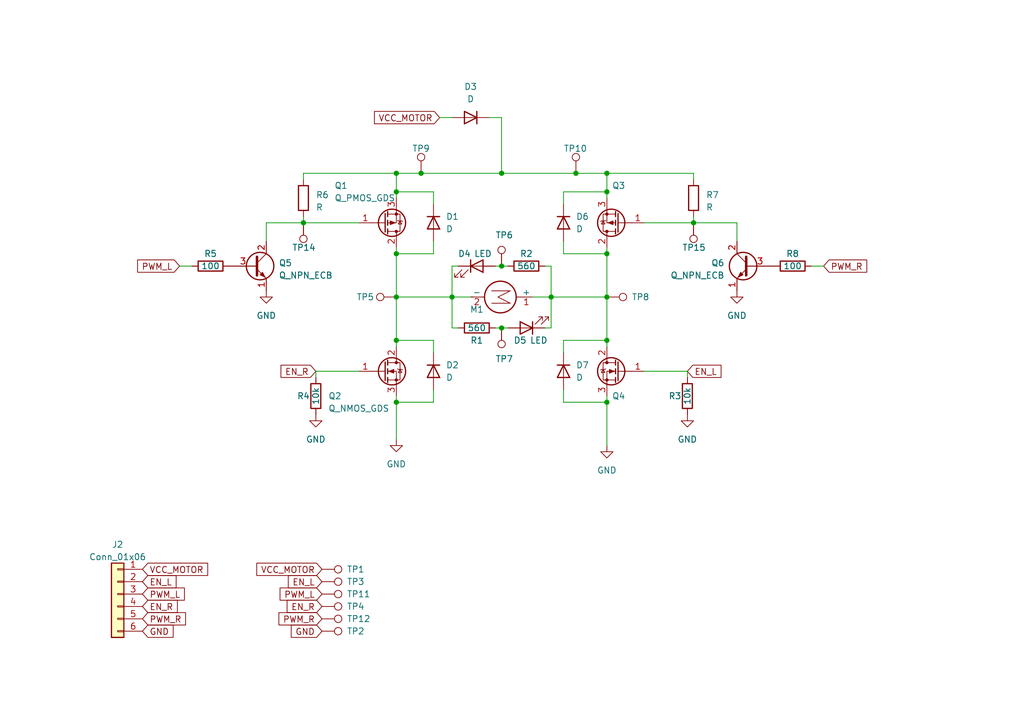
<source format=kicad_sch>
(kicad_sch (version 20230121) (generator eeschema)
  (paper "A5")
  (title_block (title "H-Brug") (date "2023-04-12") (rev "1.1"))
  (lib_symbols
    (symbol "Connector:TestPoint" (pin_numbers hide) (pin_names (offset 0.762) hide)
      (property "Reference" "TP" (at 0 6.858 0))
      (property "Value" "TestPoint" (at 0 5.08 0))
      (symbol "TestPoint_0_1"
        (circle (center 0 3.302) (radius 0.762))
      )
      (symbol "TestPoint_1_1"
        (pin passive line (at 0 0 90) (length 2.54) (name "1") (number "1"))
      )
    )
    (symbol "Connector_Generic:Conn_01x06" (pin_names (offset 1.016) hide)
      (property "Reference" "J" (at 0 7.62 0))
      (property "Value" "Conn_01x06" (at 0 -10.16 0))
      (symbol "Conn_01x06_1_1"
        (rectangle (start -1.27 -7.493) (end 0 -7.747) (stroke (width 0.1524)))
        (rectangle (start -1.27 -4.953) (end 0 -5.207) (stroke (width 0.1524)))
        (rectangle (start -1.27 -2.413) (end 0 -2.667) (stroke (width 0.1524)))
        (rectangle (start -1.27 0.127) (end 0 -0.127) (stroke (width 0.1524)))
        (rectangle (start -1.27 2.667) (end 0 2.413) (stroke (width 0.1524)))
        (rectangle (start -1.27 5.207) (end 0 4.953) (stroke (width 0.1524)))
        (rectangle (start -1.27 6.35) (end 1.27 -8.89) (stroke (width 0.254)) (fill (type background)))
        (pin passive line (at -5.08 5.08 0) (length 3.81) (name "Pin_1") (number "1"))
        (pin passive line (at -5.08 2.54 0) (length 3.81) (name "Pin_2") (number "2"))
        (pin passive line (at -5.08 0 0) (length 3.81) (name "Pin_3") (number "3"))
        (pin passive line (at -5.08 -2.54 0) (length 3.81) (name "Pin_4") (number "4"))
        (pin passive line (at -5.08 -5.08 0) (length 3.81) (name "Pin_5") (number "5"))
        (pin passive line (at -5.08 -7.62 0) (length 3.81) (name "Pin_6") (number "6"))
      )
    )
    (symbol "Device:D" (pin_numbers hide) (pin_names (offset 1.016) hide)
      (property "Reference" "D" (at 0 2.54 0))
      (property "Value" "D" (at 0 -2.54 0))
      (symbol "D_0_1"
        (polyline (pts (xy -1.27 1.27) (xy -1.27 -1.27)) (stroke (width 0.254)))
        (polyline (pts (xy 1.27 0) (xy -1.27 0)))
        (polyline (pts (xy 1.27 1.27) (xy 1.27 -1.27) (xy -1.27 0) (xy 1.27 1.27)) (stroke (width 0.254)))
      )
      (symbol "D_1_1"
        (pin passive line (at -3.81 0 0) (length 2.54) (name "K") (number "1"))
        (pin passive line (at 3.81 0 180) (length 2.54) (name "A") (number "2"))
      )
    )
    (symbol "Device:LED" (pin_numbers hide) (pin_names (offset 1.016) hide)
      (property "Reference" "D" (at 0 2.54 0))
      (property "Value" "LED" (at 0 -2.54 0))
      (symbol "LED_0_1"
        (polyline (pts (xy -1.27 -1.27) (xy -1.27 1.27)) (stroke (width 0.254)))
        (polyline (pts (xy -1.27 0) (xy 1.27 0)))
        (polyline (pts (xy 1.27 -1.27) (xy 1.27 1.27) (xy -1.27 0) (xy 1.27 -1.27)) (stroke (width 0.254)))
        (polyline (pts (xy -3.048 -0.762) (xy -4.572 -2.286) (xy -3.81 -2.286) (xy -4.572 -2.286) (xy -4.572 -1.524)))
        (polyline (pts (xy -1.778 -0.762) (xy -3.302 -2.286) (xy -2.54 -2.286) (xy -3.302 -2.286) (xy -3.302 -1.524)))
      )
      (symbol "LED_1_1"
        (pin passive line (at -3.81 0 0) (length 2.54) (name "K") (number "1"))
        (pin passive line (at 3.81 0 180) (length 2.54) (name "A") (number "2"))
      )
    )
    (symbol "Device:Q_NMOS_GDS" (pin_names (offset 0) hide)
      (property "Reference" "Q" (at 5.08 1.27 0))
      (property "Value" "Q_NMOS_GDS" (at 5.08 -1.27 0))
      (symbol "Q_NMOS_GDS_0_1"
        (polyline (pts (xy 0.254 0) (xy -2.54 0)))
        (polyline (pts (xy 0.254 1.905) (xy 0.254 -1.905)) (stroke (width 0.254)))
        (polyline (pts (xy 0.762 -1.27) (xy 0.762 -2.286)) (stroke (width 0.254)))
        (polyline (pts (xy 0.762 0.508) (xy 0.762 -0.508)) (stroke (width 0.254)))
        (polyline (pts (xy 0.762 2.286) (xy 0.762 1.27)) (stroke (width 0.254)))
        (polyline (pts (xy 2.54 2.54) (xy 2.54 1.778)))
        (polyline (pts (xy 2.54 -2.54) (xy 2.54 0) (xy 0.762 0)))
        (polyline (pts (xy 0.762 -1.778) (xy 3.302 -1.778) (xy 3.302 1.778) (xy 0.762 1.778)))
        (polyline (pts (xy 1.016 0) (xy 2.032 0.381) (xy 2.032 -0.381) (xy 1.016 0)) (fill (type outline)))
        (polyline (pts (xy 2.794 0.508) (xy 2.921 0.381) (xy 3.683 0.381) (xy 3.81 0.254)))
        (polyline (pts (xy 3.302 0.381) (xy 2.921 -0.254) (xy 3.683 -0.254) (xy 3.302 0.381)))
        (circle (center 1.651 0) (radius 2.794) (stroke (width 0.254)))
        (circle (center 2.54 -1.778) (radius 0.254) (fill (type outline)))
        (circle (center 2.54 1.778) (radius 0.254) (fill (type outline)))
      )
      (symbol "Q_NMOS_GDS_1_1"
        (pin input line (at -5.08 0 0) (length 2.54) (name "G") (number "1"))
        (pin passive line (at 2.54 5.08 270) (length 2.54) (name "D") (number "2"))
        (pin passive line (at 2.54 -5.08 90) (length 2.54) (name "S") (number "3"))
      )
    )
    (symbol "Device:Q_NPN_ECB" (pin_names (offset 0) hide)
      (property "Reference" "Q" (at 5.08 1.27 0))
      (property "Value" "Q_NPN_ECB" (at 5.08 -1.27 0))
      (symbol "Q_NPN_ECB_0_1"
        (polyline (pts (xy 0.635 0.635) (xy 2.54 2.54)))
        (polyline (pts (xy 0.635 -0.635) (xy 2.54 -2.54) (xy 2.54 -2.54)))
        (polyline (pts (xy 0.635 1.905) (xy 0.635 -1.905) (xy 0.635 -1.905)) (stroke (width 0.508)))
        (polyline (pts (xy 1.27 -1.778) (xy 1.778 -1.27) (xy 2.286 -2.286) (xy 1.27 -1.778) (xy 1.27 -1.778)) (fill (type outline)))
        (circle (center 1.27 0) (radius 2.8194) (stroke (width 0.254)))
      )
      (symbol "Q_NPN_ECB_1_1"
        (pin passive line (at 2.54 -5.08 90) (length 2.54) (name "E") (number "1"))
        (pin passive line (at 2.54 5.08 270) (length 2.54) (name "C") (number "2"))
        (pin passive line (at -5.08 0 0) (length 5.715) (name "B") (number "3"))
      )
    )
    (symbol "Device:Q_PMOS_GDS" (pin_names (offset 0) hide)
      (property "Reference" "Q" (at 5.08 1.27 0))
      (property "Value" "Q_PMOS_GDS" (at 5.08 -1.27 0))
      (symbol "Q_PMOS_GDS_0_1"
        (polyline (pts (xy 0.254 0) (xy -2.54 0)))
        (polyline (pts (xy 0.254 1.905) (xy 0.254 -1.905)) (stroke (width 0.254)))
        (polyline (pts (xy 0.762 -1.27) (xy 0.762 -2.286)) (stroke (width 0.254)))
        (polyline (pts (xy 0.762 0.508) (xy 0.762 -0.508)) (stroke (width 0.254)))
        (polyline (pts (xy 0.762 2.286) (xy 0.762 1.27)) (stroke (width 0.254)))
        (polyline (pts (xy 2.54 2.54) (xy 2.54 1.778)))
        (polyline (pts (xy 2.54 -2.54) (xy 2.54 0) (xy 0.762 0)))
        (polyline (pts (xy 0.762 1.778) (xy 3.302 1.778) (xy 3.302 -1.778) (xy 0.762 -1.778)))
        (polyline (pts (xy 2.286 0) (xy 1.27 0.381) (xy 1.27 -0.381) (xy 2.286 0)) (fill (type outline)))
        (polyline (pts (xy 2.794 -0.508) (xy 2.921 -0.381) (xy 3.683 -0.381) (xy 3.81 -0.254)))
        (polyline (pts (xy 3.302 -0.381) (xy 2.921 0.254) (xy 3.683 0.254) (xy 3.302 -0.381)))
        (circle (center 1.651 0) (radius 2.794) (stroke (width 0.254)))
        (circle (center 2.54 -1.778) (radius 0.254) (fill (type outline)))
        (circle (center 2.54 1.778) (radius 0.254) (fill (type outline)))
      )
      (symbol "Q_PMOS_GDS_1_1"
        (pin input line (at -5.08 0 0) (length 2.54) (name "G") (number "1"))
        (pin passive line (at 2.54 5.08 270) (length 2.54) (name "D") (number "2"))
        (pin passive line (at 2.54 -5.08 90) (length 2.54) (name "S") (number "3"))
      )
    )
    (symbol "Device:R" (pin_numbers hide) (pin_names (offset 0))
      (property "Reference" "R" (at 2.032 0 90))
      (property "Value" "R" (at 0 0 90))
      (symbol "R_0_1"
        (rectangle (start -1.016 -2.54) (end 1.016 2.54) (stroke (width 0.254)))
      )
      (symbol "R_1_1"
        (pin passive line (at 0 3.81 270) (length 1.27) (name "~") (number "1"))
        (pin passive line (at 0 -3.81 90) (length 1.27) (name "~") (number "2"))
      )
    )
    (symbol "Motor:Motor_DC" (pin_names (offset 0))
      (property "Reference" "M" (at 2.54 2.54 0))
      (property "Value" "Motor_DC" (at 2.54 -5.08 0))
      (symbol "Motor_DC_0_0"
        (polyline (pts (xy -1.27 -3.302) (xy -1.27 0.508) (xy 0 -2.032) (xy 1.27 0.508) (xy 1.27 -3.302)))
      )
      (symbol "Motor_DC_0_1"
        (circle (center 0 -1.524) (radius 3.2512) (stroke (width 0.254)))
        (polyline (pts (xy 0 -7.62) (xy 0 -7.112)))
        (polyline (pts (xy 0 -4.7752) (xy 0 -5.1816)))
        (polyline (pts (xy 0 1.7272) (xy 0 2.0828)))
        (polyline (pts (xy 0 2.032) (xy 0 2.54)))
      )
      (symbol "Motor_DC_1_1"
        (pin passive line (at 0 5.08 270) (length 2.54) (name "+") (number "1"))
        (pin passive line (at 0 -7.62 90) (length 2.54) (name "-") (number "2"))
      )
    )
    (symbol "power:GND" (power) (pin_names (offset 0))
      (property "Value" "GND" (at 0 -3.81 0))
      (symbol "GND_0_1"
        (polyline (pts (xy 0 0) (xy 0 -1.27) (xy 1.27 -1.27) (xy 0 -2.54) (xy -1.27 -1.27) (xy 0 -1.27)))
      )
      (symbol "GND_1_1"
        (pin power_in line (at 0 0 270) (length 0) hide (name "GND") (number "1"))
      )
    )
  )
  (junction (at 81.28 82.55))
  (junction (at 124.46 60.96))
  (junction (at 142.24 45.72))
  (junction (at 102.87 54.61))
  (junction (at 62.23 45.72))
  (junction (at 113.03 60.96))
  (junction (at 124.46 39.37))
  (junction (at 124.46 82.55))
  (junction (at 81.28 60.96))
  (junction (at 102.87 67.31))
  (junction (at 81.28 39.37))
  (junction (at 124.46 69.85))
  (junction (at 102.87 35.56))
  (junction (at 81.28 69.85))
  (junction (at 86.36 35.56))
  (junction (at 124.46 35.56))
  (junction (at 124.46 52.07))
  (junction (at 81.28 35.56))
  (junction (at 81.28 52.07))
  (junction (at 92.71 60.96))
  (junction (at 118.11 35.56))
  (wire (pts (xy 62.23 36.83) (xy 62.23 35.56)))
  (wire (pts (xy 101.6 54.61) (xy 102.87 54.61)))
  (wire (pts (xy 142.24 44.45) (xy 142.24 45.72)))
  (wire (pts (xy 124.46 82.55) (xy 124.46 91.44)))
  (wire (pts (xy 101.6 67.31) (xy 102.87 67.31)))
  (wire (pts (xy 92.71 60.96) (xy 92.71 67.31)))
  (wire (pts (xy 92.71 54.61) (xy 93.98 54.61)))
  (wire (pts (xy 113.03 54.61) (xy 113.03 60.96)))
  (wire (pts (xy 81.28 81.28) (xy 81.28 82.55)))
  (wire (pts (xy 115.57 80.01) (xy 115.57 82.55)))
  (wire (pts (xy 115.57 69.85) (xy 124.46 69.85)))
  (wire (pts (xy 73.66 76.2) (xy 64.77 76.2)))
  (wire (pts (xy 115.57 39.37) (xy 124.46 39.37)))
  (wire (pts (xy 124.46 60.96) (xy 124.46 69.85)))
  (wire (pts (xy 88.9 72.39) (xy 88.9 69.85)))
  (wire (pts (xy 102.87 67.31) (xy 104.14 67.31)))
  (wire (pts (xy 115.57 82.55) (xy 124.46 82.55)))
  (wire (pts (xy 132.08 76.2) (xy 140.97 76.2)))
  (wire (pts (xy 124.46 69.85) (xy 124.46 71.12)))
  (wire (pts (xy 102.87 54.61) (xy 104.14 54.61)))
  (wire (pts (xy 132.08 45.72) (xy 142.24 45.72)))
  (wire (pts (xy 36.83 54.61) (xy 39.37 54.61)))
  (wire (pts (xy 64.77 76.2) (xy 64.77 77.47)))
  (wire (pts (xy 124.46 35.56) (xy 142.24 35.56)))
  (wire (pts (xy 88.9 52.07) (xy 81.28 52.07)))
  (wire (pts (xy 124.46 50.8) (xy 124.46 52.07)))
  (wire (pts (xy 81.28 50.8) (xy 81.28 52.07)))
  (wire (pts (xy 142.24 36.83) (xy 142.24 35.56)))
  (wire (pts (xy 54.61 45.72) (xy 62.23 45.72)))
  (wire (pts (xy 111.76 67.31) (xy 113.03 67.31)))
  (wire (pts (xy 88.9 39.37) (xy 88.9 41.91)))
  (wire (pts (xy 166.37 54.61) (xy 168.91 54.61)))
  (wire (pts (xy 109.22 60.96) (xy 113.03 60.96)))
  (wire (pts (xy 54.61 49.53) (xy 54.61 45.72)))
  (wire (pts (xy 102.87 35.56) (xy 118.11 35.56)))
  (wire (pts (xy 113.03 60.96) (xy 124.46 60.96)))
  (wire (pts (xy 92.71 67.31) (xy 93.98 67.31)))
  (wire (pts (xy 102.87 24.13) (xy 102.87 35.56)))
  (wire (pts (xy 151.13 45.72) (xy 151.13 49.53)))
  (wire (pts (xy 81.28 52.07) (xy 81.28 60.96)))
  (wire (pts (xy 81.28 60.96) (xy 92.71 60.96)))
  (wire (pts (xy 88.9 49.53) (xy 88.9 52.07)))
  (wire (pts (xy 92.71 54.61) (xy 92.71 60.96)))
  (wire (pts (xy 92.71 60.96) (xy 96.52 60.96)))
  (wire (pts (xy 124.46 39.37) (xy 124.46 35.56)))
  (wire (pts (xy 124.46 81.28) (xy 124.46 82.55)))
  (wire (pts (xy 81.28 35.56) (xy 81.28 39.37)))
  (wire (pts (xy 118.11 35.56) (xy 124.46 35.56)))
  (wire (pts (xy 111.76 54.61) (xy 113.03 54.61)))
  (wire (pts (xy 115.57 52.07) (xy 124.46 52.07)))
  (wire (pts (xy 115.57 41.91) (xy 115.57 39.37)))
  (wire (pts (xy 124.46 40.64) (xy 124.46 39.37)))
  (wire (pts (xy 81.28 60.96) (xy 81.28 69.85)))
  (wire (pts (xy 124.46 52.07) (xy 124.46 60.96)))
  (wire (pts (xy 81.28 82.55) (xy 88.9 82.55)))
  (wire (pts (xy 100.33 24.13) (xy 102.87 24.13)))
  (wire (pts (xy 81.28 39.37) (xy 81.28 40.64)))
  (wire (pts (xy 62.23 45.72) (xy 73.66 45.72)))
  (wire (pts (xy 115.57 72.39) (xy 115.57 69.85)))
  (wire (pts (xy 113.03 60.96) (xy 113.03 67.31)))
  (wire (pts (xy 81.28 39.37) (xy 88.9 39.37)))
  (wire (pts (xy 140.97 76.2) (xy 140.97 77.47)))
  (wire (pts (xy 86.36 35.56) (xy 102.87 35.56)))
  (wire (pts (xy 90.17 24.13) (xy 92.71 24.13)))
  (wire (pts (xy 81.28 69.85) (xy 88.9 69.85)))
  (wire (pts (xy 81.28 82.55) (xy 81.28 90.17)))
  (wire (pts (xy 62.23 44.45) (xy 62.23 45.72)))
  (wire (pts (xy 81.28 35.56) (xy 86.36 35.56)))
  (wire (pts (xy 88.9 80.01) (xy 88.9 82.55)))
  (wire (pts (xy 81.28 69.85) (xy 81.28 71.12)))
  (wire (pts (xy 115.57 49.53) (xy 115.57 52.07)))
  (wire (pts (xy 62.23 35.56) (xy 81.28 35.56)))
  (wire (pts (xy 142.24 45.72) (xy 151.13 45.72)))
  (global_label "PWM_L" (shape input) (at 66.04 121.92 180) (property "Intersheetrefs" "${INTERSHEET_REFS}" (effects hide)))
  (global_label "VCC_MOTOR" (shape input) (at 66.04 116.84 180) (property "Intersheetrefs" "${INTERSHEET_REFS}" (effects hide)))
  (global_label "VCC_MOTOR" (shape input) (at 90.17 24.13 180) (property "Intersheetrefs" "${INTERSHEET_REFS}" (effects hide)))
  (global_label "EN_R" (shape input) (at 64.77 76.2 180) (property "Intersheetrefs" "${INTERSHEET_REFS}" (effects hide)))
  (global_label "GND" (shape input) (at 29.21 129.54 0) (property "Intersheetrefs" "${INTERSHEET_REFS}" (effects hide)))
  (global_label "EN_L" (shape input) (at 66.04 119.38 180) (property "Intersheetrefs" "${INTERSHEET_REFS}" (effects hide)))
  (global_label "PWM_R" (shape input) (at 66.04 127 180) (property "Intersheetrefs" "${INTERSHEET_REFS}" (effects hide)))
  (global_label "EN_L" (shape input) (at 140.97 76.2 0) (property "Intersheetrefs" "${INTERSHEET_REFS}" (effects hide)))
  (global_label "EN_R" (shape input) (at 29.21 124.46 0) (property "Intersheetrefs" "${INTERSHEET_REFS}" (effects hide)))
  (global_label "EN_L" (shape input) (at 29.21 119.38 0) (property "Intersheetrefs" "${INTERSHEET_REFS}" (effects hide)))
  (global_label "EN_R" (shape input) (at 66.04 124.46 180) (property "Intersheetrefs" "${INTERSHEET_REFS}" (effects hide)))
  (global_label "PWM_L" (shape input) (at 36.83 54.61 180) (property "Intersheetrefs" "${INTERSHEET_REFS}" (effects hide)))
  (global_label "PWM_R" (shape input) (at 29.21 127 0) (property "Intersheetrefs" "${INTERSHEET_REFS}" (effects hide)))
  (global_label "GND" (shape input) (at 66.04 129.54 180) (property "Intersheetrefs" "${INTERSHEET_REFS}" (effects hide)))
  (global_label "VCC_MOTOR" (shape input) (at 29.21 116.84 0) (property "Intersheetrefs" "${INTERSHEET_REFS}" (effects hide)))
  (global_label "PWM_R" (shape input) (at 168.91 54.61 0) (property "Intersheetrefs" "${INTERSHEET_REFS}" (effects hide)))
  (global_label "PWM_L" (shape input) (at 29.21 121.92 0) (property "Intersheetrefs" "${INTERSHEET_REFS}" (effects hide)))
  (symbol (lib_id "Device:R") (at 140.97 81.28 180) (unit 1)
    (property "Reference" "R3" (at 138.43 81.28 0))
    (property "Value" "10k" (at 140.97 81.28 90))
    (property "Footprint" "Resistor_THT:R_Axial_DIN0309_L9.0mm_D3.2mm_P2.54mm_Vertical" (effects hide))
  )
  (symbol (lib_id "Connector:TestPoint") (at 66.04 116.84 270) (unit 1)
    (property "Reference" "TP1" (at 71.12 116.84 90) (effects (justify left)))
    (property "Value" "TestPoint" (effects hide))
    (property "Footprint" "TestPoint:TestPoint_Keystone_5005-5009_Compact" (effects hide))
  )
  (symbol (lib_id "Connector:TestPoint") (at 86.36 35.56 0) (unit 1)
    (property "Reference" "TP9" (at 86.36 30.48 0))
    (property "Value" "TestPoint" (effects hide))
    (property "Footprint" "TestPoint:TestPoint_Keystone_5005-5009_Compact" (effects hide))
  )
  (symbol (lib_id "Connector:TestPoint") (at 66.04 127 270) (unit 1)
    (property "Reference" "TP12" (at 71.12 127 90) (effects (justify left)))
    (property "Value" "TestPoint" (effects hide))
    (property "Footprint" "TestPoint:TestPoint_Keystone_5005-5009_Compact" (effects hide))
  )
  (symbol (lib_id "Motor:Motor_DC") (at 104.14 60.96 270) (unit 1)
    (property "Reference" "M1" (at 97.79 63.5 90))
    (property "Value" "Motor_DC" (effects hide))
    (property "Footprint" "Connector_Phoenix_MSTB:PhoenixContact_MSTBA_2,5_2-G-5,08_1x02_P5.08mm_Horizontal" (effects hide))
  )
  (symbol (lib_id "Connector:TestPoint") (at 66.04 119.38 270) (unit 1)
    (property "Reference" "TP3" (at 71.12 119.38 90) (effects (justify left)))
    (property "Value" "TestPoint" (effects hide))
    (property "Footprint" "TestPoint:TestPoint_Keystone_5005-5009_Compact" (effects hide))
  )
  (symbol (lib_id "Device:D") (at 88.9 76.2 270) (unit 1)
    (property "Reference" "D2" (at 91.44 74.9299 90) (effects (justify left)))
    (property "Value" "D" (at 91.44 77.4699 90) (effects (justify left)))
    (property "Footprint" "Diode_THT:D_5W_P5.08mm_Vertical_AnodeUp" (effects hide))
  )
  (symbol (lib_id "Device:D") (at 115.57 45.72 270) (unit 1)
    (property "Reference" "D6" (at 118.11 44.4499 90) (effects (justify left)))
    (property "Value" "D" (at 118.11 46.9899 90) (effects (justify left)))
    (property "Footprint" "Diode_THT:D_5W_P5.08mm_Vertical_AnodeUp" (effects hide))
  )
  (symbol (lib_id "Connector:TestPoint") (at 66.04 121.92 270) (unit 1)
    (property "Reference" "TP11" (at 71.12 121.92 90) (effects (justify left)))
    (property "Value" "TestPoint" (effects hide))
    (property "Footprint" "TestPoint:TestPoint_Keystone_5005-5009_Compact" (effects hide))
  )
  (symbol (lib_id "Connector:TestPoint") (at 66.04 129.54 270) (unit 1)
    (property "Reference" "TP2" (at 71.12 129.54 90) (effects (justify left)))
    (property "Value" "TestPoint" (effects hide))
    (property "Footprint" "TestPoint:TestPoint_Keystone_5005-5009_Compact" (effects hide))
  )
  (symbol (lib_id "Device:Q_NPN_ECB") (at 52.07 54.61 0) (unit 1)
    (property "Reference" "Q5" (at 57.15 53.975 0) (effects (justify left)))
    (property "Value" "Q_NPN_ECB" (at 57.15 56.515 0) (effects (justify left)))
  )
  (symbol (lib_id "Device:R") (at 62.23 40.64 0) (unit 1)
    (property "Reference" "R6" (at 64.77 40.005 0) (effects (justify left)))
    (property "Value" "R" (at 64.77 42.545 0) (effects (justify left)))
  )
  (symbol (lib_id "Connector:TestPoint") (at 142.24 45.72 180) (unit 1)
    (property "Reference" "TP15" (at 144.78 50.8 0) (effects (justify left)))
    (property "Value" "TestPoint" (effects hide))
    (property "Footprint" "TestPoint:TestPoint_Keystone_5005-5009_Compact" (effects hide))
  )
  (symbol (lib_id "Device:R") (at 107.95 54.61 90) (unit 1)
    (property "Reference" "R2" (at 107.95 52.07 90))
    (property "Value" "560" (at 107.95 54.61 90))
    (property "Footprint" "Resistor_THT:R_Axial_DIN0309_L9.0mm_D3.2mm_P2.54mm_Vertical" (effects hide))
  )
  (symbol (lib_id "Device:R") (at 162.56 54.61 90) (unit 1)
    (property "Reference" "R8" (at 162.56 52.07 90))
    (property "Value" "100" (at 162.56 54.61 90))
    (property "Footprint" "Resistor_THT:R_Axial_DIN0309_L9.0mm_D3.2mm_P2.54mm_Vertical" (effects hide))
  )
  (symbol (lib_id "Device:Q_PMOS_GDS") (at 78.74 45.72 0) (mirror x) (unit 1)
    (property "Reference" "Q1" (at 68.58 38.1 0) (effects (justify left)))
    (property "Value" "Q_PMOS_GDS" (at 68.58 40.64 0) (effects (justify left)))
    (property "Footprint" "Connector_PinSocket_2.54mm:PinSocket_1x03_P2.54mm_Vertical" (effects hide))
  )
  (symbol (lib_id "Connector:TestPoint") (at 62.23 45.72 180) (unit 1)
    (property "Reference" "TP14" (at 64.77 50.8 0) (effects (justify left)))
    (property "Value" "TestPoint" (effects hide))
    (property "Footprint" "TestPoint:TestPoint_Keystone_5005-5009_Compact" (effects hide))
  )
  (symbol (lib_id "Connector:TestPoint") (at 102.87 54.61 0) (unit 1)
    (property "Reference" "TP6" (at 101.6 48.26 0) (effects (justify left)))
    (property "Value" "TestPoint" (effects hide))
    (property "Footprint" "TestPoint:TestPoint_Keystone_5005-5009_Compact" (effects hide))
  )
  (symbol (lib_id "power:GND") (at 64.77 85.09 0) (unit 1)
    (property "Reference" "#PWR03" (effects hide))
    (property "Value" "GND" (at 64.77 90.17 0))
  )
  (symbol (lib_id "power:GND") (at 81.28 90.17 0) (unit 1)
    (property "Reference" "#PWR01" (effects hide))
    (property "Value" "GND" (at 81.28 95.25 0))
  )
  (symbol (lib_id "Device:Q_NMOS_GDS") (at 127 76.2 0) (mirror y) (unit 1)
    (property "Reference" "Q4" (at 128.27 81.28 0) (effects (justify left)))
    (property "Value" "Q_NMOS_GDS" (effects hide))
    (property "Footprint" "Connector_PinSocket_2.54mm:PinSocket_1x03_P2.54mm_Vertical" (effects hide))
  )
  (symbol (lib_id "Device:R") (at 43.18 54.61 90) (unit 1)
    (property "Reference" "R5" (at 43.18 52.07 90))
    (property "Value" "100" (at 43.18 54.61 90))
    (property "Footprint" "Resistor_THT:R_Axial_DIN0309_L9.0mm_D3.2mm_P2.54mm_Vertical" (effects hide))
  )
  (symbol (lib_id "Device:D") (at 96.52 24.13 180) (unit 1)
    (property "Reference" "D3" (at 96.52 17.78 0))
    (property "Value" "D" (at 96.52 20.32 0))
    (property "Footprint" "Diode_THT:D_5W_P5.08mm_Vertical_AnodeUp" (effects hide))
  )
  (symbol (lib_id "Connector:TestPoint") (at 124.46 60.96 270) (unit 1)
    (property "Reference" "TP8" (at 129.54 60.9599 90) (effects (justify left)))
    (property "Value" "TestPoint" (effects hide))
    (property "Footprint" "TestPoint:TestPoint_Keystone_5005-5009_Compact" (effects hide))
  )
  (symbol (lib_id "Device:Q_NMOS_GDS") (at 78.74 76.2 0) (unit 1)
    (property "Reference" "Q2" (at 67.31 81.28 0) (effects (justify left)))
    (property "Value" "Q_NMOS_GDS" (at 67.31 83.82 0) (effects (justify left)))
    (property "Footprint" "Connector_PinSocket_2.54mm:PinSocket_1x03_P2.54mm_Vertical" (effects hide))
  )
  (symbol (lib_id "Connector:TestPoint") (at 118.11 35.56 0) (unit 1)
    (property "Reference" "TP10" (at 115.57 30.48 0) (effects (justify left)))
    (property "Value" "TestPoint" (effects hide))
    (property "Footprint" "TestPoint:TestPoint_Keystone_5005-5009_Compact" (effects hide))
  )
  (symbol (lib_id "Device:LED") (at 107.95 67.31 180) (unit 1)
    (property "Reference" "D5" (at 106.68 69.85 0))
    (property "Value" "LED" (at 110.49 69.85 0))
    (property "Footprint" "LED_THT:LED_D5.0mm" (effects hide))
  )
  (symbol (lib_id "Device:Q_NPN_ECB") (at 153.67 54.61 0) (mirror y) (unit 1)
    (property "Reference" "Q6" (at 148.59 53.975 0) (effects (justify left)))
    (property "Value" "Q_NPN_ECB" (at 148.59 56.515 0) (effects (justify left)))
  )
  (symbol (lib_id "Connector:TestPoint") (at 66.04 124.46 270) (unit 1)
    (property "Reference" "TP4" (at 71.12 124.46 90) (effects (justify left)))
    (property "Value" "TestPoint" (effects hide))
    (property "Footprint" "TestPoint:TestPoint_Keystone_5005-5009_Compact" (effects hide))
  )
  (symbol (lib_id "Connector_Generic:Conn_01x06") (at 24.13 121.92 0) (mirror y) (unit 1)
    (property "Reference" "J2" (at 24.13 111.76 0))
    (property "Value" "Conn_01x06" (at 24.13 114.3 0))
  )
  (symbol (lib_id "power:GND") (at 54.61 59.69 0) (unit 1)
    (property "Reference" "#PWR05" (effects hide))
    (property "Value" "GND" (at 54.61 64.77 0))
  )
  (symbol (lib_id "Device:D") (at 88.9 45.72 270) (unit 1)
    (property "Reference" "D1" (at 91.44 44.4499 90) (effects (justify left)))
    (property "Value" "D" (at 91.44 46.9899 90) (effects (justify left)))
    (property "Footprint" "Diode_THT:D_5W_P5.08mm_Vertical_AnodeUp" (effects hide))
  )
  (symbol (lib_id "power:GND") (at 124.46 91.44 0) (unit 1)
    (property "Reference" "#PWR02" (effects hide))
    (property "Value" "GND" (at 124.46 96.52 0))
  )
  (symbol (lib_id "Device:R") (at 142.24 40.64 0) (unit 1)
    (property "Reference" "R7" (at 144.78 40.005 0) (effects (justify left)))
    (property "Value" "R" (at 144.78 42.545 0) (effects (justify left)))
  )
  (symbol (lib_id "Device:R") (at 97.79 67.31 90) (unit 1)
    (property "Reference" "R1" (at 97.79 69.85 90))
    (property "Value" "560" (at 97.79 67.31 90))
    (property "Footprint" "Resistor_THT:R_Axial_DIN0309_L9.0mm_D3.2mm_P2.54mm_Vertical" (effects hide))
  )
  (symbol (lib_id "power:GND") (at 151.13 59.69 0) (unit 1)
    (property "Reference" "#PWR06" (effects hide))
    (property "Value" "GND" (at 151.13 64.77 0))
  )
  (symbol (lib_id "Device:Q_PMOS_GDS") (at 127 45.72 180) (unit 1)
    (property "Reference" "Q3" (at 128.27 38.1 0) (effects (justify left)))
    (property "Value" "Q_PMOS_GDS" (effects hide))
    (property "Footprint" "Connector_PinSocket_2.54mm:PinSocket_1x03_P2.54mm_Vertical" (effects hide))
  )
  (symbol (lib_id "Connector:TestPoint") (at 81.28 60.96 90) (unit 1)
    (property "Reference" "TP5" (at 74.93 60.96 90))
    (property "Value" "TestPoint" (effects hide))
    (property "Footprint" "TestPoint:TestPoint_Keystone_5005-5009_Compact" (effects hide))
  )
  (symbol (lib_id "power:GND") (at 140.97 85.09 0) (unit 1)
    (property "Reference" "#PWR04" (effects hide))
    (property "Value" "GND" (at 140.97 90.17 0))
  )
  (symbol (lib_id "Device:LED") (at 97.79 54.61 0) (unit 1)
    (property "Reference" "D4" (at 95.25 52.07 0))
    (property "Value" "LED" (at 99.06 52.07 0))
    (property "Footprint" "LED_THT:LED_D5.0mm" (effects hide))
  )
  (symbol (lib_id "Device:D") (at 115.57 76.2 270) (unit 1)
    (property "Reference" "D7" (at 118.11 74.9299 90) (effects (justify left)))
    (property "Value" "D" (at 118.11 77.4699 90) (effects (justify left)))
    (property "Footprint" "Diode_THT:D_5W_P5.08mm_Vertical_AnodeUp" (effects hide))
  )
  (symbol (lib_id "Device:R") (at 64.77 81.28 180) (unit 1)
    (property "Reference" "R4" (at 62.23 81.28 0))
    (property "Value" "10k" (at 64.77 81.28 90))
    (property "Footprint" "Resistor_THT:R_Axial_DIN0309_L9.0mm_D3.2mm_P2.54mm_Vertical" (effects hide))
  )
  (symbol (lib_id "Connector:TestPoint") (at 102.87 67.31 180) (unit 1)
    (property "Reference" "TP7" (at 101.6 73.66 0) (effects (justify right)))
    (property "Value" "TestPoint" (effects hide))
    (property "Footprint" "TestPoint:TestPoint_Keystone_5005-5009_Compact" (effects hide))
  )
)
</source>
